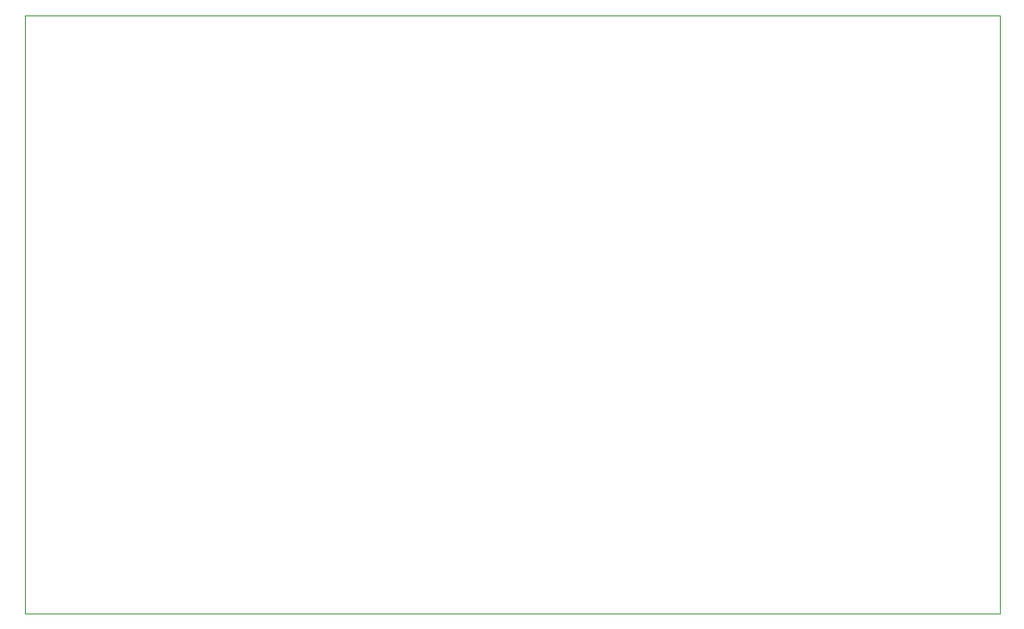
<source format=gm1>
%TF.GenerationSoftware,KiCad,Pcbnew,7.0.9*%
%TF.CreationDate,2024-06-04T21:04:58+02:00*%
%TF.ProjectId,Differential,44696666-6572-4656-9e74-69616c2e6b69,rev?*%
%TF.SameCoordinates,Original*%
%TF.FileFunction,Profile,NP*%
%FSLAX46Y46*%
G04 Gerber Fmt 4.6, Leading zero omitted, Abs format (unit mm)*
G04 Created by KiCad (PCBNEW 7.0.9) date 2024-06-04 21:04:58*
%MOMM*%
%LPD*%
G01*
G04 APERTURE LIST*
%TA.AperFunction,Profile*%
%ADD10C,0.100000*%
%TD*%
G04 APERTURE END LIST*
D10*
X150100000Y-90900000D02*
X246000000Y-90900000D01*
X246000000Y-149850000D01*
X150100000Y-149850000D01*
X150100000Y-90900000D01*
M02*

</source>
